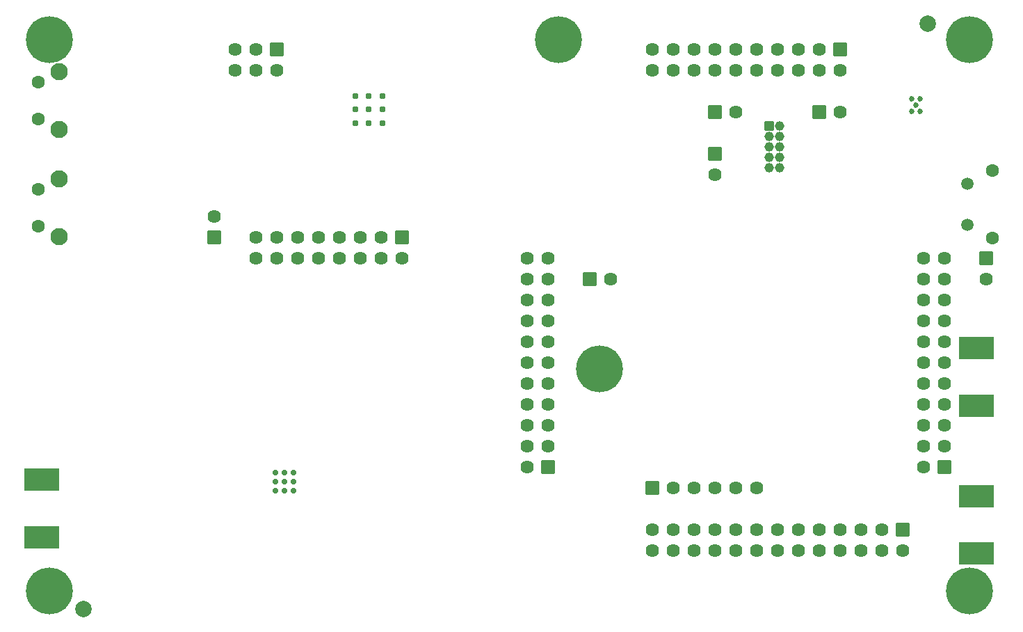
<source format=gbs>
G04 #@! TF.GenerationSoftware,KiCad,Pcbnew,6.0.10-86aedd382b~118~ubuntu22.04.1*
G04 #@! TF.CreationDate,2023-01-31T23:37:39-05:00*
G04 #@! TF.ProjectId,hackrf-one,6861636b-7266-42d6-9f6e-652e6b696361,r9*
G04 #@! TF.SameCoordinates,Original*
G04 #@! TF.FileFunction,Soldermask,Bot*
G04 #@! TF.FilePolarity,Negative*
%FSLAX46Y46*%
G04 Gerber Fmt 4.6, Leading zero omitted, Abs format (unit mm)*
G04 Created by KiCad (PCBNEW 6.0.10-86aedd382b~118~ubuntu22.04.1) date 2023-01-31 23:37:39*
%MOMM*%
%LPD*%
G01*
G04 APERTURE LIST*
G04 Aperture macros list*
%AMRoundRect*
0 Rectangle with rounded corners*
0 $1 Rounding radius*
0 $2 $3 $4 $5 $6 $7 $8 $9 X,Y pos of 4 corners*
0 Add a 4 corners polygon primitive as box body*
4,1,4,$2,$3,$4,$5,$6,$7,$8,$9,$2,$3,0*
0 Add four circle primitives for the rounded corners*
1,1,$1+$1,$2,$3*
1,1,$1+$1,$4,$5*
1,1,$1+$1,$6,$7*
1,1,$1+$1,$8,$9*
0 Add four rect primitives between the rounded corners*
20,1,$1+$1,$2,$3,$4,$5,0*
20,1,$1+$1,$4,$5,$6,$7,0*
20,1,$1+$1,$6,$7,$8,$9,0*
20,1,$1+$1,$8,$9,$2,$3,0*%
G04 Aperture macros list end*
%ADD10C,2.000000*%
%ADD11C,1.600000*%
%ADD12C,1.500000*%
%ADD13C,0.700000*%
%ADD14C,5.700000*%
%ADD15RoundRect,0.050000X2.095000X1.332500X-2.095000X1.332500X-2.095000X-1.332500X2.095000X-1.332500X0*%
%ADD16RoundRect,0.050000X-0.762000X0.762000X-0.762000X-0.762000X0.762000X-0.762000X0.762000X0.762000X0*%
%ADD17C,1.624000*%
%ADD18RoundRect,0.050000X-2.095000X-1.332500X2.095000X-1.332500X2.095000X1.332500X-2.095000X1.332500X0*%
%ADD19RoundRect,0.050000X0.762000X0.762000X-0.762000X0.762000X-0.762000X-0.762000X0.762000X-0.762000X0*%
%ADD20RoundRect,0.050000X0.762000X-0.762000X0.762000X0.762000X-0.762000X0.762000X-0.762000X-0.762000X0*%
%ADD21RoundRect,0.050000X-0.762000X-0.762000X0.762000X-0.762000X0.762000X0.762000X-0.762000X0.762000X0*%
%ADD22RoundRect,0.050000X-0.533400X0.533400X-0.533400X-0.533400X0.533400X-0.533400X0.533400X0.533400X0*%
%ADD23C,1.166800*%
%ADD24C,2.100000*%
%ADD25C,0.742240*%
%ADD26C,0.777240*%
%ADD27C,0.685000*%
G04 APERTURE END LIST*
D10*
G04 #@! TO.C,MARK1MM*
X171000000Y-102000000D03*
G04 #@! TD*
D11*
G04 #@! TO.C,J1*
X178800000Y-128125000D03*
D12*
X175770000Y-121510000D03*
X175770000Y-126490000D03*
D11*
X178800000Y-119875000D03*
G04 #@! TD*
D13*
G04 #@! TO.C,J4*
X61800000Y-104000000D03*
D14*
X64000000Y-104000000D03*
D13*
X62450000Y-105550000D03*
X64000000Y-106200000D03*
X64000000Y-101800000D03*
X62450000Y-102450000D03*
X65550000Y-105550000D03*
X65550000Y-102450000D03*
X66200000Y-104000000D03*
G04 #@! TD*
G04 #@! TO.C,J5*
X61800000Y-171000000D03*
X62450000Y-172550000D03*
X65550000Y-172550000D03*
X65550000Y-169450000D03*
X64000000Y-173200000D03*
X66200000Y-171000000D03*
X64000000Y-168800000D03*
X62450000Y-169450000D03*
D14*
X64000000Y-171000000D03*
G04 #@! TD*
D13*
G04 #@! TO.C,J6*
X174450000Y-169450000D03*
X176000000Y-173200000D03*
X176000000Y-168800000D03*
X173800000Y-171000000D03*
D14*
X176000000Y-171000000D03*
D13*
X177550000Y-169450000D03*
X174450000Y-172550000D03*
X177550000Y-172550000D03*
X178200000Y-171000000D03*
G04 #@! TD*
G04 #@! TO.C,J7*
X177550000Y-102450000D03*
X176000000Y-106200000D03*
X173800000Y-104000000D03*
X174450000Y-105550000D03*
X177550000Y-105550000D03*
X176000000Y-101800000D03*
X178200000Y-104000000D03*
X174450000Y-102450000D03*
D14*
X176000000Y-104000000D03*
G04 #@! TD*
D13*
G04 #@! TO.C,J8*
X126000000Y-101800000D03*
X127550000Y-102450000D03*
X126000000Y-106200000D03*
X128200000Y-104000000D03*
X127550000Y-105550000D03*
D14*
X126000000Y-104000000D03*
D13*
X124450000Y-105550000D03*
X124450000Y-102450000D03*
X123800000Y-104000000D03*
G04 #@! TD*
G04 #@! TO.C,J9*
X131000000Y-146200000D03*
X131000000Y-141800000D03*
X132550000Y-145550000D03*
X132550000Y-142450000D03*
D14*
X131000000Y-144000000D03*
D13*
X128800000Y-144000000D03*
X129450000Y-142450000D03*
X133200000Y-144000000D03*
X129450000Y-145550000D03*
G04 #@! TD*
D15*
G04 #@! TO.C,P2*
X176875000Y-148492500D03*
X176875000Y-141507500D03*
G04 #@! TD*
D16*
G04 #@! TO.C,P3*
X145090000Y-117850000D03*
D17*
X145090000Y-120390000D03*
G04 #@! TD*
D18*
G04 #@! TO.C,P4*
X63125000Y-157507500D03*
X63125000Y-164492500D03*
G04 #@! TD*
D19*
G04 #@! TO.C,P5*
X91750000Y-105150000D03*
D17*
X91750000Y-107690000D03*
X89210000Y-105150000D03*
X89210000Y-107690000D03*
X86670000Y-105150000D03*
X86670000Y-107690000D03*
G04 #@! TD*
D19*
G04 #@! TO.C,P9*
X106990000Y-128010000D03*
D17*
X106990000Y-130550000D03*
X104450000Y-128010000D03*
X104450000Y-130550000D03*
X101910000Y-128010000D03*
X101910000Y-130550000D03*
X99370000Y-128010000D03*
X99370000Y-130550000D03*
X96830000Y-128010000D03*
X96830000Y-130550000D03*
X94290000Y-128010000D03*
X94290000Y-130550000D03*
X91750000Y-128010000D03*
X91750000Y-130550000D03*
X89210000Y-128010000D03*
X89210000Y-130550000D03*
G04 #@! TD*
D15*
G04 #@! TO.C,P16*
X176875000Y-159507500D03*
X176875000Y-166492500D03*
G04 #@! TD*
D20*
G04 #@! TO.C,P20*
X173030000Y-155950000D03*
D17*
X170490000Y-155950000D03*
X173030000Y-153410000D03*
X170490000Y-153410000D03*
X173030000Y-150870000D03*
X170490000Y-150870000D03*
X173030000Y-148330000D03*
X170490000Y-148330000D03*
X173030000Y-145790000D03*
X170490000Y-145790000D03*
X173030000Y-143250000D03*
X170490000Y-143250000D03*
X173030000Y-140710000D03*
X170490000Y-140710000D03*
X173030000Y-138170000D03*
X170490000Y-138170000D03*
X173030000Y-135630000D03*
X170490000Y-135630000D03*
X173030000Y-133090000D03*
X170490000Y-133090000D03*
X173030000Y-130550000D03*
X170490000Y-130550000D03*
G04 #@! TD*
D19*
G04 #@! TO.C,P22*
X167950000Y-163570000D03*
D17*
X167950000Y-166110000D03*
X165410000Y-163570000D03*
X165410000Y-166110000D03*
X162870000Y-163570000D03*
X162870000Y-166110000D03*
X160330000Y-163570000D03*
X160330000Y-166110000D03*
X157790000Y-163570000D03*
X157790000Y-166110000D03*
X155250000Y-163570000D03*
X155250000Y-166110000D03*
X152710000Y-163570000D03*
X152710000Y-166110000D03*
X150170000Y-163570000D03*
X150170000Y-166110000D03*
X147630000Y-163570000D03*
X147630000Y-166110000D03*
X145090000Y-163570000D03*
X145090000Y-166110000D03*
X142550000Y-163570000D03*
X142550000Y-166110000D03*
X140010000Y-163570000D03*
X140010000Y-166110000D03*
X137470000Y-163570000D03*
X137470000Y-166110000D03*
G04 #@! TD*
D21*
G04 #@! TO.C,P25*
X137470000Y-158490000D03*
D17*
X140010000Y-158490000D03*
X142550000Y-158490000D03*
X145090000Y-158490000D03*
X147630000Y-158490000D03*
X150170000Y-158490000D03*
G04 #@! TD*
D22*
G04 #@! TO.C,P26*
X151662600Y-114466600D03*
D23*
X152932600Y-114466600D03*
X151662600Y-115736600D03*
X152932600Y-115736600D03*
X151662600Y-117006600D03*
X152932600Y-117006600D03*
X151662600Y-118276600D03*
X152932600Y-118276600D03*
X151662600Y-119546600D03*
X152932600Y-119546600D03*
G04 #@! TD*
D20*
G04 #@! TO.C,P28*
X124770000Y-155950000D03*
D17*
X122230000Y-155950000D03*
X124770000Y-153410000D03*
X122230000Y-153410000D03*
X124770000Y-150870000D03*
X122230000Y-150870000D03*
X124770000Y-148330000D03*
X122230000Y-148330000D03*
X124770000Y-145790000D03*
X122230000Y-145790000D03*
X124770000Y-143250000D03*
X122230000Y-143250000D03*
X124770000Y-140710000D03*
X122230000Y-140710000D03*
X124770000Y-138170000D03*
X122230000Y-138170000D03*
X124770000Y-135630000D03*
X122230000Y-135630000D03*
X124770000Y-133090000D03*
X122230000Y-133090000D03*
X124770000Y-130550000D03*
X122230000Y-130550000D03*
G04 #@! TD*
D21*
G04 #@! TO.C,P29*
X129850000Y-133090000D03*
D17*
X132390000Y-133090000D03*
G04 #@! TD*
D19*
G04 #@! TO.C,P30*
X160330000Y-105150000D03*
D17*
X160330000Y-107690000D03*
X157790000Y-105150000D03*
X157790000Y-107690000D03*
X155250000Y-105150000D03*
X155250000Y-107690000D03*
X152710000Y-105150000D03*
X152710000Y-107690000D03*
X150170000Y-105150000D03*
X150170000Y-107690000D03*
X147630000Y-105150000D03*
X147630000Y-107690000D03*
X145090000Y-105150000D03*
X145090000Y-107690000D03*
X142550000Y-105150000D03*
X142550000Y-107690000D03*
X140010000Y-105150000D03*
X140010000Y-107690000D03*
X137470000Y-105150000D03*
X137470000Y-107690000D03*
G04 #@! TD*
D16*
G04 #@! TO.C,P80*
X178110000Y-130550000D03*
D17*
X178110000Y-133090000D03*
G04 #@! TD*
D24*
G04 #@! TO.C,SW1*
X65190000Y-120895000D03*
X65190000Y-127905000D03*
D11*
X62700000Y-122150000D03*
X62700000Y-126650000D03*
G04 #@! TD*
D24*
G04 #@! TO.C,SW2*
X65190000Y-107895000D03*
X65190000Y-114905000D03*
D11*
X62700000Y-109150000D03*
X62700000Y-113650000D03*
G04 #@! TD*
D25*
G04 #@! TO.C,U4*
X93720400Y-158863600D03*
X92620400Y-157763600D03*
X91520400Y-157763600D03*
X91520400Y-158863600D03*
X93720400Y-157763600D03*
X92620400Y-158863600D03*
X91520400Y-156663600D03*
X93720400Y-156663600D03*
X92620400Y-156663600D03*
G04 #@! TD*
D26*
G04 #@! TO.C,U18*
X102895400Y-114111800D03*
X104545400Y-114111800D03*
X101245400Y-112461800D03*
X101245400Y-114111800D03*
X101245400Y-110811800D03*
X104545400Y-112461800D03*
X102895400Y-112461800D03*
X102895400Y-110811800D03*
X104545400Y-110811800D03*
G04 #@! TD*
D27*
G04 #@! TO.C,U21*
X170030000Y-111201200D03*
X170030000Y-112701200D03*
X169030000Y-112701200D03*
X169030000Y-111201200D03*
X169530000Y-111951200D03*
G04 #@! TD*
D21*
G04 #@! TO.C,NT1*
X145090000Y-112770000D03*
D17*
X147630000Y-112770000D03*
G04 #@! TD*
D21*
G04 #@! TO.C,NT2*
X157790000Y-112770000D03*
D17*
X160330000Y-112770000D03*
G04 #@! TD*
D20*
G04 #@! TO.C,NT3*
X84130000Y-128010000D03*
D17*
X84130000Y-125470000D03*
G04 #@! TD*
D10*
G04 #@! TO.C,MARK1MM*
X68200000Y-173200000D03*
G04 #@! TD*
M02*

</source>
